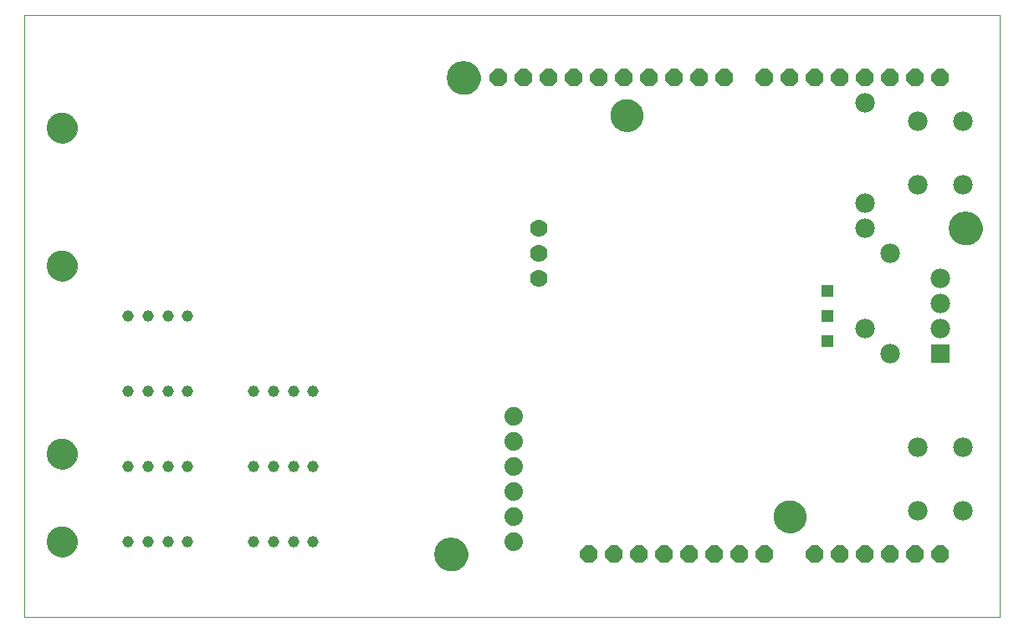
<source format=gts>
G75*
%MOIN*%
%OFA0B0*%
%FSLAX24Y24*%
%IPPOS*%
%LPD*%
%AMOC8*
5,1,8,0,0,1.08239X$1,22.5*
%
%ADD10C,0.0000*%
%ADD11C,0.1221*%
%ADD12C,0.1339*%
%ADD13C,0.1300*%
%ADD14OC8,0.0700*%
%ADD15R,0.0780X0.0780*%
%ADD16C,0.0780*%
%ADD17C,0.0740*%
%ADD18R,0.0512X0.0512*%
%ADD19C,0.0700*%
%ADD20C,0.0453*%
D10*
X000180Y000180D02*
X000180Y024176D01*
X039050Y024176D01*
X039050Y000180D01*
X000180Y000180D01*
X001089Y003180D02*
X001091Y003228D01*
X001097Y003276D01*
X001107Y003323D01*
X001120Y003369D01*
X001138Y003414D01*
X001158Y003458D01*
X001183Y003500D01*
X001211Y003539D01*
X001241Y003576D01*
X001275Y003610D01*
X001312Y003642D01*
X001350Y003671D01*
X001391Y003696D01*
X001434Y003718D01*
X001479Y003736D01*
X001525Y003750D01*
X001572Y003761D01*
X001620Y003768D01*
X001668Y003771D01*
X001716Y003770D01*
X001764Y003765D01*
X001812Y003756D01*
X001858Y003744D01*
X001903Y003727D01*
X001947Y003707D01*
X001989Y003684D01*
X002029Y003657D01*
X002067Y003627D01*
X002102Y003594D01*
X002134Y003558D01*
X002164Y003520D01*
X002190Y003479D01*
X002212Y003436D01*
X002232Y003392D01*
X002247Y003347D01*
X002259Y003300D01*
X002267Y003252D01*
X002271Y003204D01*
X002271Y003156D01*
X002267Y003108D01*
X002259Y003060D01*
X002247Y003013D01*
X002232Y002968D01*
X002212Y002924D01*
X002190Y002881D01*
X002164Y002840D01*
X002134Y002802D01*
X002102Y002766D01*
X002067Y002733D01*
X002029Y002703D01*
X001989Y002676D01*
X001947Y002653D01*
X001903Y002633D01*
X001858Y002616D01*
X001812Y002604D01*
X001764Y002595D01*
X001716Y002590D01*
X001668Y002589D01*
X001620Y002592D01*
X001572Y002599D01*
X001525Y002610D01*
X001479Y002624D01*
X001434Y002642D01*
X001391Y002664D01*
X001350Y002689D01*
X001312Y002718D01*
X001275Y002750D01*
X001241Y002784D01*
X001211Y002821D01*
X001183Y002860D01*
X001158Y002902D01*
X001138Y002946D01*
X001120Y002991D01*
X001107Y003037D01*
X001097Y003084D01*
X001091Y003132D01*
X001089Y003180D01*
X001089Y006680D02*
X001091Y006728D01*
X001097Y006776D01*
X001107Y006823D01*
X001120Y006869D01*
X001138Y006914D01*
X001158Y006958D01*
X001183Y007000D01*
X001211Y007039D01*
X001241Y007076D01*
X001275Y007110D01*
X001312Y007142D01*
X001350Y007171D01*
X001391Y007196D01*
X001434Y007218D01*
X001479Y007236D01*
X001525Y007250D01*
X001572Y007261D01*
X001620Y007268D01*
X001668Y007271D01*
X001716Y007270D01*
X001764Y007265D01*
X001812Y007256D01*
X001858Y007244D01*
X001903Y007227D01*
X001947Y007207D01*
X001989Y007184D01*
X002029Y007157D01*
X002067Y007127D01*
X002102Y007094D01*
X002134Y007058D01*
X002164Y007020D01*
X002190Y006979D01*
X002212Y006936D01*
X002232Y006892D01*
X002247Y006847D01*
X002259Y006800D01*
X002267Y006752D01*
X002271Y006704D01*
X002271Y006656D01*
X002267Y006608D01*
X002259Y006560D01*
X002247Y006513D01*
X002232Y006468D01*
X002212Y006424D01*
X002190Y006381D01*
X002164Y006340D01*
X002134Y006302D01*
X002102Y006266D01*
X002067Y006233D01*
X002029Y006203D01*
X001989Y006176D01*
X001947Y006153D01*
X001903Y006133D01*
X001858Y006116D01*
X001812Y006104D01*
X001764Y006095D01*
X001716Y006090D01*
X001668Y006089D01*
X001620Y006092D01*
X001572Y006099D01*
X001525Y006110D01*
X001479Y006124D01*
X001434Y006142D01*
X001391Y006164D01*
X001350Y006189D01*
X001312Y006218D01*
X001275Y006250D01*
X001241Y006284D01*
X001211Y006321D01*
X001183Y006360D01*
X001158Y006402D01*
X001138Y006446D01*
X001120Y006491D01*
X001107Y006537D01*
X001097Y006584D01*
X001091Y006632D01*
X001089Y006680D01*
X001089Y014180D02*
X001091Y014228D01*
X001097Y014276D01*
X001107Y014323D01*
X001120Y014369D01*
X001138Y014414D01*
X001158Y014458D01*
X001183Y014500D01*
X001211Y014539D01*
X001241Y014576D01*
X001275Y014610D01*
X001312Y014642D01*
X001350Y014671D01*
X001391Y014696D01*
X001434Y014718D01*
X001479Y014736D01*
X001525Y014750D01*
X001572Y014761D01*
X001620Y014768D01*
X001668Y014771D01*
X001716Y014770D01*
X001764Y014765D01*
X001812Y014756D01*
X001858Y014744D01*
X001903Y014727D01*
X001947Y014707D01*
X001989Y014684D01*
X002029Y014657D01*
X002067Y014627D01*
X002102Y014594D01*
X002134Y014558D01*
X002164Y014520D01*
X002190Y014479D01*
X002212Y014436D01*
X002232Y014392D01*
X002247Y014347D01*
X002259Y014300D01*
X002267Y014252D01*
X002271Y014204D01*
X002271Y014156D01*
X002267Y014108D01*
X002259Y014060D01*
X002247Y014013D01*
X002232Y013968D01*
X002212Y013924D01*
X002190Y013881D01*
X002164Y013840D01*
X002134Y013802D01*
X002102Y013766D01*
X002067Y013733D01*
X002029Y013703D01*
X001989Y013676D01*
X001947Y013653D01*
X001903Y013633D01*
X001858Y013616D01*
X001812Y013604D01*
X001764Y013595D01*
X001716Y013590D01*
X001668Y013589D01*
X001620Y013592D01*
X001572Y013599D01*
X001525Y013610D01*
X001479Y013624D01*
X001434Y013642D01*
X001391Y013664D01*
X001350Y013689D01*
X001312Y013718D01*
X001275Y013750D01*
X001241Y013784D01*
X001211Y013821D01*
X001183Y013860D01*
X001158Y013902D01*
X001138Y013946D01*
X001120Y013991D01*
X001107Y014037D01*
X001097Y014084D01*
X001091Y014132D01*
X001089Y014180D01*
X001089Y019680D02*
X001091Y019728D01*
X001097Y019776D01*
X001107Y019823D01*
X001120Y019869D01*
X001138Y019914D01*
X001158Y019958D01*
X001183Y020000D01*
X001211Y020039D01*
X001241Y020076D01*
X001275Y020110D01*
X001312Y020142D01*
X001350Y020171D01*
X001391Y020196D01*
X001434Y020218D01*
X001479Y020236D01*
X001525Y020250D01*
X001572Y020261D01*
X001620Y020268D01*
X001668Y020271D01*
X001716Y020270D01*
X001764Y020265D01*
X001812Y020256D01*
X001858Y020244D01*
X001903Y020227D01*
X001947Y020207D01*
X001989Y020184D01*
X002029Y020157D01*
X002067Y020127D01*
X002102Y020094D01*
X002134Y020058D01*
X002164Y020020D01*
X002190Y019979D01*
X002212Y019936D01*
X002232Y019892D01*
X002247Y019847D01*
X002259Y019800D01*
X002267Y019752D01*
X002271Y019704D01*
X002271Y019656D01*
X002267Y019608D01*
X002259Y019560D01*
X002247Y019513D01*
X002232Y019468D01*
X002212Y019424D01*
X002190Y019381D01*
X002164Y019340D01*
X002134Y019302D01*
X002102Y019266D01*
X002067Y019233D01*
X002029Y019203D01*
X001989Y019176D01*
X001947Y019153D01*
X001903Y019133D01*
X001858Y019116D01*
X001812Y019104D01*
X001764Y019095D01*
X001716Y019090D01*
X001668Y019089D01*
X001620Y019092D01*
X001572Y019099D01*
X001525Y019110D01*
X001479Y019124D01*
X001434Y019142D01*
X001391Y019164D01*
X001350Y019189D01*
X001312Y019218D01*
X001275Y019250D01*
X001241Y019284D01*
X001211Y019321D01*
X001183Y019360D01*
X001158Y019402D01*
X001138Y019446D01*
X001120Y019491D01*
X001107Y019537D01*
X001097Y019584D01*
X001091Y019632D01*
X001089Y019680D01*
X017030Y021680D02*
X017032Y021730D01*
X017038Y021780D01*
X017048Y021830D01*
X017061Y021878D01*
X017078Y021926D01*
X017099Y021972D01*
X017123Y022016D01*
X017151Y022058D01*
X017182Y022098D01*
X017216Y022135D01*
X017253Y022170D01*
X017292Y022201D01*
X017333Y022230D01*
X017377Y022255D01*
X017423Y022277D01*
X017470Y022295D01*
X017518Y022309D01*
X017567Y022320D01*
X017617Y022327D01*
X017667Y022330D01*
X017718Y022329D01*
X017768Y022324D01*
X017818Y022315D01*
X017866Y022303D01*
X017914Y022286D01*
X017960Y022266D01*
X018005Y022243D01*
X018048Y022216D01*
X018088Y022186D01*
X018126Y022153D01*
X018161Y022117D01*
X018194Y022078D01*
X018223Y022037D01*
X018249Y021994D01*
X018272Y021949D01*
X018291Y021902D01*
X018306Y021854D01*
X018318Y021805D01*
X018326Y021755D01*
X018330Y021705D01*
X018330Y021655D01*
X018326Y021605D01*
X018318Y021555D01*
X018306Y021506D01*
X018291Y021458D01*
X018272Y021411D01*
X018249Y021366D01*
X018223Y021323D01*
X018194Y021282D01*
X018161Y021243D01*
X018126Y021207D01*
X018088Y021174D01*
X018048Y021144D01*
X018005Y021117D01*
X017960Y021094D01*
X017914Y021074D01*
X017866Y021057D01*
X017818Y021045D01*
X017768Y021036D01*
X017718Y021031D01*
X017667Y021030D01*
X017617Y021033D01*
X017567Y021040D01*
X017518Y021051D01*
X017470Y021065D01*
X017423Y021083D01*
X017377Y021105D01*
X017333Y021130D01*
X017292Y021159D01*
X017253Y021190D01*
X017216Y021225D01*
X017182Y021262D01*
X017151Y021302D01*
X017123Y021344D01*
X017099Y021388D01*
X017078Y021434D01*
X017061Y021482D01*
X017048Y021530D01*
X017038Y021580D01*
X017032Y021630D01*
X017030Y021680D01*
X023550Y020180D02*
X023552Y020230D01*
X023558Y020280D01*
X023568Y020329D01*
X023582Y020377D01*
X023599Y020424D01*
X023620Y020469D01*
X023645Y020513D01*
X023673Y020554D01*
X023705Y020593D01*
X023739Y020630D01*
X023776Y020664D01*
X023816Y020694D01*
X023858Y020721D01*
X023902Y020745D01*
X023948Y020766D01*
X023995Y020782D01*
X024043Y020795D01*
X024093Y020804D01*
X024142Y020809D01*
X024193Y020810D01*
X024243Y020807D01*
X024292Y020800D01*
X024341Y020789D01*
X024389Y020774D01*
X024435Y020756D01*
X024480Y020734D01*
X024523Y020708D01*
X024564Y020679D01*
X024603Y020647D01*
X024639Y020612D01*
X024671Y020574D01*
X024701Y020534D01*
X024728Y020491D01*
X024751Y020447D01*
X024770Y020401D01*
X024786Y020353D01*
X024798Y020304D01*
X024806Y020255D01*
X024810Y020205D01*
X024810Y020155D01*
X024806Y020105D01*
X024798Y020056D01*
X024786Y020007D01*
X024770Y019959D01*
X024751Y019913D01*
X024728Y019869D01*
X024701Y019826D01*
X024671Y019786D01*
X024639Y019748D01*
X024603Y019713D01*
X024564Y019681D01*
X024523Y019652D01*
X024480Y019626D01*
X024435Y019604D01*
X024389Y019586D01*
X024341Y019571D01*
X024292Y019560D01*
X024243Y019553D01*
X024193Y019550D01*
X024142Y019551D01*
X024093Y019556D01*
X024043Y019565D01*
X023995Y019578D01*
X023948Y019594D01*
X023902Y019615D01*
X023858Y019639D01*
X023816Y019666D01*
X023776Y019696D01*
X023739Y019730D01*
X023705Y019767D01*
X023673Y019806D01*
X023645Y019847D01*
X023620Y019891D01*
X023599Y019936D01*
X023582Y019983D01*
X023568Y020031D01*
X023558Y020080D01*
X023552Y020130D01*
X023550Y020180D01*
X037030Y015680D02*
X037032Y015730D01*
X037038Y015780D01*
X037048Y015830D01*
X037061Y015878D01*
X037078Y015926D01*
X037099Y015972D01*
X037123Y016016D01*
X037151Y016058D01*
X037182Y016098D01*
X037216Y016135D01*
X037253Y016170D01*
X037292Y016201D01*
X037333Y016230D01*
X037377Y016255D01*
X037423Y016277D01*
X037470Y016295D01*
X037518Y016309D01*
X037567Y016320D01*
X037617Y016327D01*
X037667Y016330D01*
X037718Y016329D01*
X037768Y016324D01*
X037818Y016315D01*
X037866Y016303D01*
X037914Y016286D01*
X037960Y016266D01*
X038005Y016243D01*
X038048Y016216D01*
X038088Y016186D01*
X038126Y016153D01*
X038161Y016117D01*
X038194Y016078D01*
X038223Y016037D01*
X038249Y015994D01*
X038272Y015949D01*
X038291Y015902D01*
X038306Y015854D01*
X038318Y015805D01*
X038326Y015755D01*
X038330Y015705D01*
X038330Y015655D01*
X038326Y015605D01*
X038318Y015555D01*
X038306Y015506D01*
X038291Y015458D01*
X038272Y015411D01*
X038249Y015366D01*
X038223Y015323D01*
X038194Y015282D01*
X038161Y015243D01*
X038126Y015207D01*
X038088Y015174D01*
X038048Y015144D01*
X038005Y015117D01*
X037960Y015094D01*
X037914Y015074D01*
X037866Y015057D01*
X037818Y015045D01*
X037768Y015036D01*
X037718Y015031D01*
X037667Y015030D01*
X037617Y015033D01*
X037567Y015040D01*
X037518Y015051D01*
X037470Y015065D01*
X037423Y015083D01*
X037377Y015105D01*
X037333Y015130D01*
X037292Y015159D01*
X037253Y015190D01*
X037216Y015225D01*
X037182Y015262D01*
X037151Y015302D01*
X037123Y015344D01*
X037099Y015388D01*
X037078Y015434D01*
X037061Y015482D01*
X037048Y015530D01*
X037038Y015580D01*
X037032Y015630D01*
X037030Y015680D01*
X030050Y004180D02*
X030052Y004230D01*
X030058Y004280D01*
X030068Y004329D01*
X030082Y004377D01*
X030099Y004424D01*
X030120Y004469D01*
X030145Y004513D01*
X030173Y004554D01*
X030205Y004593D01*
X030239Y004630D01*
X030276Y004664D01*
X030316Y004694D01*
X030358Y004721D01*
X030402Y004745D01*
X030448Y004766D01*
X030495Y004782D01*
X030543Y004795D01*
X030593Y004804D01*
X030642Y004809D01*
X030693Y004810D01*
X030743Y004807D01*
X030792Y004800D01*
X030841Y004789D01*
X030889Y004774D01*
X030935Y004756D01*
X030980Y004734D01*
X031023Y004708D01*
X031064Y004679D01*
X031103Y004647D01*
X031139Y004612D01*
X031171Y004574D01*
X031201Y004534D01*
X031228Y004491D01*
X031251Y004447D01*
X031270Y004401D01*
X031286Y004353D01*
X031298Y004304D01*
X031306Y004255D01*
X031310Y004205D01*
X031310Y004155D01*
X031306Y004105D01*
X031298Y004056D01*
X031286Y004007D01*
X031270Y003959D01*
X031251Y003913D01*
X031228Y003869D01*
X031201Y003826D01*
X031171Y003786D01*
X031139Y003748D01*
X031103Y003713D01*
X031064Y003681D01*
X031023Y003652D01*
X030980Y003626D01*
X030935Y003604D01*
X030889Y003586D01*
X030841Y003571D01*
X030792Y003560D01*
X030743Y003553D01*
X030693Y003550D01*
X030642Y003551D01*
X030593Y003556D01*
X030543Y003565D01*
X030495Y003578D01*
X030448Y003594D01*
X030402Y003615D01*
X030358Y003639D01*
X030316Y003666D01*
X030276Y003696D01*
X030239Y003730D01*
X030205Y003767D01*
X030173Y003806D01*
X030145Y003847D01*
X030120Y003891D01*
X030099Y003936D01*
X030082Y003983D01*
X030068Y004031D01*
X030058Y004080D01*
X030052Y004130D01*
X030050Y004180D01*
X016530Y002680D02*
X016532Y002730D01*
X016538Y002780D01*
X016548Y002830D01*
X016561Y002878D01*
X016578Y002926D01*
X016599Y002972D01*
X016623Y003016D01*
X016651Y003058D01*
X016682Y003098D01*
X016716Y003135D01*
X016753Y003170D01*
X016792Y003201D01*
X016833Y003230D01*
X016877Y003255D01*
X016923Y003277D01*
X016970Y003295D01*
X017018Y003309D01*
X017067Y003320D01*
X017117Y003327D01*
X017167Y003330D01*
X017218Y003329D01*
X017268Y003324D01*
X017318Y003315D01*
X017366Y003303D01*
X017414Y003286D01*
X017460Y003266D01*
X017505Y003243D01*
X017548Y003216D01*
X017588Y003186D01*
X017626Y003153D01*
X017661Y003117D01*
X017694Y003078D01*
X017723Y003037D01*
X017749Y002994D01*
X017772Y002949D01*
X017791Y002902D01*
X017806Y002854D01*
X017818Y002805D01*
X017826Y002755D01*
X017830Y002705D01*
X017830Y002655D01*
X017826Y002605D01*
X017818Y002555D01*
X017806Y002506D01*
X017791Y002458D01*
X017772Y002411D01*
X017749Y002366D01*
X017723Y002323D01*
X017694Y002282D01*
X017661Y002243D01*
X017626Y002207D01*
X017588Y002174D01*
X017548Y002144D01*
X017505Y002117D01*
X017460Y002094D01*
X017414Y002074D01*
X017366Y002057D01*
X017318Y002045D01*
X017268Y002036D01*
X017218Y002031D01*
X017167Y002030D01*
X017117Y002033D01*
X017067Y002040D01*
X017018Y002051D01*
X016970Y002065D01*
X016923Y002083D01*
X016877Y002105D01*
X016833Y002130D01*
X016792Y002159D01*
X016753Y002190D01*
X016716Y002225D01*
X016682Y002262D01*
X016651Y002302D01*
X016623Y002344D01*
X016599Y002388D01*
X016578Y002434D01*
X016561Y002482D01*
X016548Y002530D01*
X016538Y002580D01*
X016532Y002630D01*
X016530Y002680D01*
D11*
X001680Y003180D03*
X001680Y006680D03*
X001680Y014180D03*
X001680Y019680D03*
D12*
X017680Y021680D03*
X037680Y015680D03*
X017180Y002680D03*
D13*
X030680Y004180D03*
X024180Y020180D03*
D14*
X024080Y021680D03*
X025080Y021680D03*
X026080Y021680D03*
X027080Y021680D03*
X028080Y021680D03*
X029680Y021680D03*
X030680Y021680D03*
X031680Y021680D03*
X032680Y021680D03*
X033680Y021680D03*
X034680Y021680D03*
X035680Y021680D03*
X036680Y021680D03*
X023080Y021680D03*
X022080Y021680D03*
X021080Y021680D03*
X020080Y021680D03*
X019080Y021680D03*
X022680Y002680D03*
X023680Y002680D03*
X024680Y002680D03*
X025680Y002680D03*
X026680Y002680D03*
X027680Y002680D03*
X028680Y002680D03*
X029680Y002680D03*
X031680Y002680D03*
X032680Y002680D03*
X033680Y002680D03*
X034680Y002680D03*
X035680Y002680D03*
X036680Y002680D03*
D15*
X036680Y010680D03*
D16*
X036680Y011680D03*
X036680Y012680D03*
X036680Y013680D03*
X034680Y014680D03*
X033680Y015680D03*
X033680Y016680D03*
X035790Y017400D03*
X037570Y017400D03*
X037570Y019960D03*
X035790Y019960D03*
X033680Y020680D03*
X033680Y011680D03*
X034680Y010680D03*
X035790Y006960D03*
X037570Y006960D03*
X037570Y004400D03*
X035790Y004400D03*
D17*
X019680Y004180D03*
X019680Y003180D03*
X019680Y005180D03*
X019680Y006180D03*
X019680Y007180D03*
X019680Y008180D03*
D18*
X032180Y011180D03*
X032180Y012180D03*
X032180Y013180D03*
D19*
X020680Y013680D03*
X020680Y014680D03*
X020680Y015680D03*
D20*
X011680Y009180D03*
X010893Y009180D03*
X010105Y009180D03*
X009318Y009180D03*
X006680Y009180D03*
X005893Y009180D03*
X005105Y009180D03*
X004318Y009180D03*
X004318Y006180D03*
X005105Y006180D03*
X005893Y006180D03*
X006680Y006180D03*
X009318Y006180D03*
X010105Y006180D03*
X010893Y006180D03*
X011680Y006180D03*
X011680Y003180D03*
X010893Y003180D03*
X010105Y003180D03*
X009318Y003180D03*
X006680Y003180D03*
X005893Y003180D03*
X005105Y003180D03*
X004318Y003180D03*
X004318Y012180D03*
X005105Y012180D03*
X005893Y012180D03*
X006680Y012180D03*
M02*

</source>
